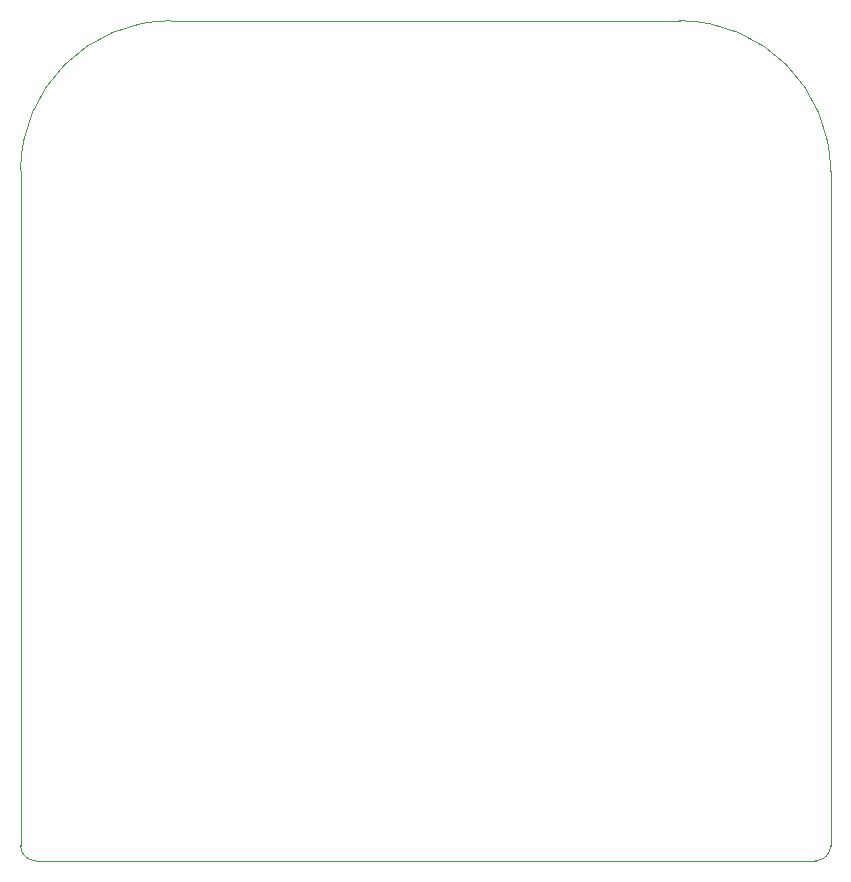
<source format=gbr>
G04 #@! TF.GenerationSoftware,KiCad,Pcbnew,5.1.5+dfsg1-2build2*
G04 #@! TF.CreationDate,2021-08-05T17:19:56+02:00*
G04 #@! TF.ProjectId,Airrohr_pcb,41697272-6f68-4725-9f70-63622e6b6963,rev?*
G04 #@! TF.SameCoordinates,Original*
G04 #@! TF.FileFunction,Profile,NP*
%FSLAX46Y46*%
G04 Gerber Fmt 4.6, Leading zero omitted, Abs format (unit mm)*
G04 Created by KiCad (PCBNEW 5.1.5+dfsg1-2build2) date 2021-08-05 17:19:56*
%MOMM*%
%LPD*%
G04 APERTURE LIST*
%ADD10C,0.050000*%
G04 APERTURE END LIST*
D10*
X195513960Y-17779840D02*
G75*
G02X208280000Y-30545880I0J-12766040D01*
G01*
X139698840Y-30510480D02*
G75*
G02X152429320Y-17780000I12730480J0D01*
G01*
X140970000Y-88900000D02*
X207010000Y-88900000D01*
X208280000Y-30545880D02*
X208280000Y-87630000D01*
X208280000Y-87630000D02*
G75*
G02X207010000Y-88900000I-1270000J0D01*
G01*
X152429320Y-17780000D02*
X195513960Y-17780000D01*
X139700000Y-87630000D02*
X139700000Y-30510480D01*
X140970000Y-88900000D02*
G75*
G02X139700000Y-87630000I0J1270000D01*
G01*
M02*

</source>
